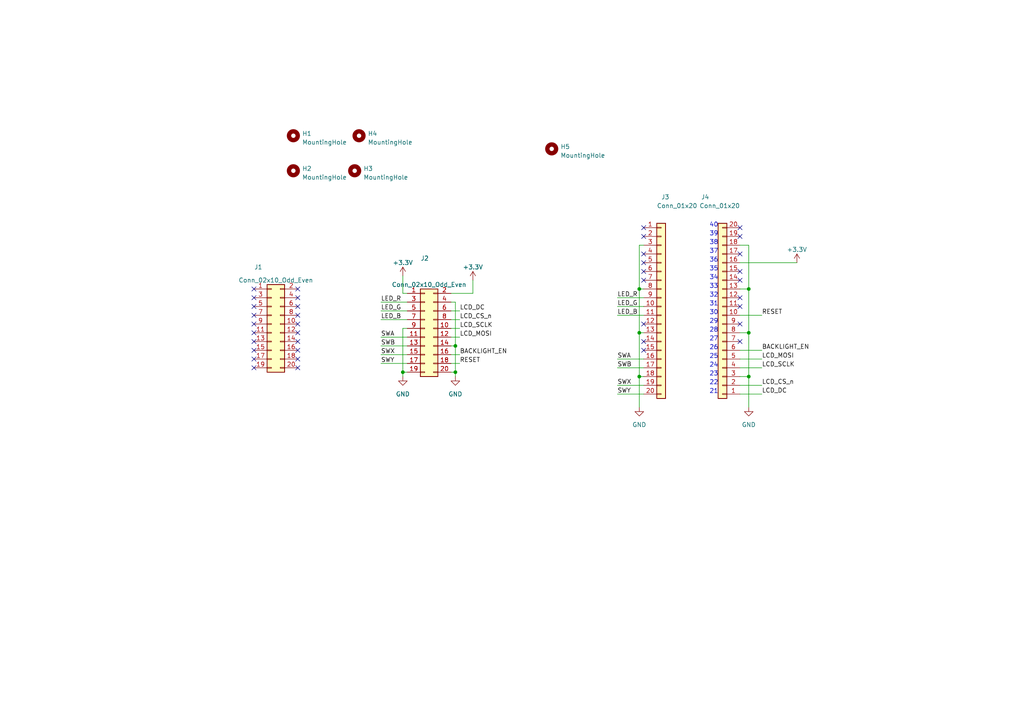
<source format=kicad_sch>
(kicad_sch (version 20230121) (generator eeschema)

  (uuid 6732e895-b89a-44c4-b238-10398aa029da)

  (paper "A4")

  (lib_symbols
    (symbol "Connector_Generic:Conn_01x20" (pin_names (offset 1.016) hide) (in_bom yes) (on_board yes)
      (property "Reference" "J" (at 0 25.4 0)
        (effects (font (size 1.27 1.27)))
      )
      (property "Value" "Conn_01x20" (at 0 -27.94 0)
        (effects (font (size 1.27 1.27)))
      )
      (property "Footprint" "" (at 0 0 0)
        (effects (font (size 1.27 1.27)) hide)
      )
      (property "Datasheet" "~" (at 0 0 0)
        (effects (font (size 1.27 1.27)) hide)
      )
      (property "ki_keywords" "connector" (at 0 0 0)
        (effects (font (size 1.27 1.27)) hide)
      )
      (property "ki_description" "Generic connector, single row, 01x20, script generated (kicad-library-utils/schlib/autogen/connector/)" (at 0 0 0)
        (effects (font (size 1.27 1.27)) hide)
      )
      (property "ki_fp_filters" "Connector*:*_1x??_*" (at 0 0 0)
        (effects (font (size 1.27 1.27)) hide)
      )
      (symbol "Conn_01x20_1_1"
        (rectangle (start -1.27 -25.273) (end 0 -25.527)
          (stroke (width 0.1524) (type default))
          (fill (type none))
        )
        (rectangle (start -1.27 -22.733) (end 0 -22.987)
          (stroke (width 0.1524) (type default))
          (fill (type none))
        )
        (rectangle (start -1.27 -20.193) (end 0 -20.447)
          (stroke (width 0.1524) (type default))
          (fill (type none))
        )
        (rectangle (start -1.27 -17.653) (end 0 -17.907)
          (stroke (width 0.1524) (type default))
          (fill (type none))
        )
        (rectangle (start -1.27 -15.113) (end 0 -15.367)
          (stroke (width 0.1524) (type default))
          (fill (type none))
        )
        (rectangle (start -1.27 -12.573) (end 0 -12.827)
          (stroke (width 0.1524) (type default))
          (fill (type none))
        )
        (rectangle (start -1.27 -10.033) (end 0 -10.287)
          (stroke (width 0.1524) (type default))
          (fill (type none))
        )
        (rectangle (start -1.27 -7.493) (end 0 -7.747)
          (stroke (width 0.1524) (type default))
          (fill (type none))
        )
        (rectangle (start -1.27 -4.953) (end 0 -5.207)
          (stroke (width 0.1524) (type default))
          (fill (type none))
        )
        (rectangle (start -1.27 -2.413) (end 0 -2.667)
          (stroke (width 0.1524) (type default))
          (fill (type none))
        )
        (rectangle (start -1.27 0.127) (end 0 -0.127)
          (stroke (width 0.1524) (type default))
          (fill (type none))
        )
        (rectangle (start -1.27 2.667) (end 0 2.413)
          (stroke (width 0.1524) (type default))
          (fill (type none))
        )
        (rectangle (start -1.27 5.207) (end 0 4.953)
          (stroke (width 0.1524) (type default))
          (fill (type none))
        )
        (rectangle (start -1.27 7.747) (end 0 7.493)
          (stroke (width 0.1524) (type default))
          (fill (type none))
        )
        (rectangle (start -1.27 10.287) (end 0 10.033)
          (stroke (width 0.1524) (type default))
          (fill (type none))
        )
        (rectangle (start -1.27 12.827) (end 0 12.573)
          (stroke (width 0.1524) (type default))
          (fill (type none))
        )
        (rectangle (start -1.27 15.367) (end 0 15.113)
          (stroke (width 0.1524) (type default))
          (fill (type none))
        )
        (rectangle (start -1.27 17.907) (end 0 17.653)
          (stroke (width 0.1524) (type default))
          (fill (type none))
        )
        (rectangle (start -1.27 20.447) (end 0 20.193)
          (stroke (width 0.1524) (type default))
          (fill (type none))
        )
        (rectangle (start -1.27 22.987) (end 0 22.733)
          (stroke (width 0.1524) (type default))
          (fill (type none))
        )
        (rectangle (start -1.27 24.13) (end 1.27 -26.67)
          (stroke (width 0.254) (type default))
          (fill (type background))
        )
        (pin passive line (at -5.08 22.86 0) (length 3.81)
          (name "Pin_1" (effects (font (size 1.27 1.27))))
          (number "1" (effects (font (size 1.27 1.27))))
        )
        (pin passive line (at -5.08 0 0) (length 3.81)
          (name "Pin_10" (effects (font (size 1.27 1.27))))
          (number "10" (effects (font (size 1.27 1.27))))
        )
        (pin passive line (at -5.08 -2.54 0) (length 3.81)
          (name "Pin_11" (effects (font (size 1.27 1.27))))
          (number "11" (effects (font (size 1.27 1.27))))
        )
        (pin passive line (at -5.08 -5.08 0) (length 3.81)
          (name "Pin_12" (effects (font (size 1.27 1.27))))
          (number "12" (effects (font (size 1.27 1.27))))
        )
        (pin passive line (at -5.08 -7.62 0) (length 3.81)
          (name "Pin_13" (effects (font (size 1.27 1.27))))
          (number "13" (effects (font (size 1.27 1.27))))
        )
        (pin passive line (at -5.08 -10.16 0) (length 3.81)
          (name "Pin_14" (effects (font (size 1.27 1.27))))
          (number "14" (effects (font (size 1.27 1.27))))
        )
        (pin passive line (at -5.08 -12.7 0) (length 3.81)
          (name "Pin_15" (effects (font (size 1.27 1.27))))
          (number "15" (effects (font (size 1.27 1.27))))
        )
        (pin passive line (at -5.08 -15.24 0) (length 3.81)
          (name "Pin_16" (effects (font (size 1.27 1.27))))
          (number "16" (effects (font (size 1.27 1.27))))
        )
        (pin passive line (at -5.08 -17.78 0) (length 3.81)
          (name "Pin_17" (effects (font (size 1.27 1.27))))
          (number "17" (effects (font (size 1.27 1.27))))
        )
        (pin passive line (at -5.08 -20.32 0) (length 3.81)
          (name "Pin_18" (effects (font (size 1.27 1.27))))
          (number "18" (effects (font (size 1.27 1.27))))
        )
        (pin passive line (at -5.08 -22.86 0) (length 3.81)
          (name "Pin_19" (effects (font (size 1.27 1.27))))
          (number "19" (effects (font (size 1.27 1.27))))
        )
        (pin passive line (at -5.08 20.32 0) (length 3.81)
          (name "Pin_2" (effects (font (size 1.27 1.27))))
          (number "2" (effects (font (size 1.27 1.27))))
        )
        (pin passive line (at -5.08 -25.4 0) (length 3.81)
          (name "Pin_20" (effects (font (size 1.27 1.27))))
          (number "20" (effects (font (size 1.27 1.27))))
        )
        (pin passive line (at -5.08 17.78 0) (length 3.81)
          (name "Pin_3" (effects (font (size 1.27 1.27))))
          (number "3" (effects (font (size 1.27 1.27))))
        )
        (pin passive line (at -5.08 15.24 0) (length 3.81)
          (name "Pin_4" (effects (font (size 1.27 1.27))))
          (number "4" (effects (font (size 1.27 1.27))))
        )
        (pin passive line (at -5.08 12.7 0) (length 3.81)
          (name "Pin_5" (effects (font (size 1.27 1.27))))
          (number "5" (effects (font (size 1.27 1.27))))
        )
        (pin passive line (at -5.08 10.16 0) (length 3.81)
          (name "Pin_6" (effects (font (size 1.27 1.27))))
          (number "6" (effects (font (size 1.27 1.27))))
        )
        (pin passive line (at -5.08 7.62 0) (length 3.81)
          (name "Pin_7" (effects (font (size 1.27 1.27))))
          (number "7" (effects (font (size 1.27 1.27))))
        )
        (pin passive line (at -5.08 5.08 0) (length 3.81)
          (name "Pin_8" (effects (font (size 1.27 1.27))))
          (number "8" (effects (font (size 1.27 1.27))))
        )
        (pin passive line (at -5.08 2.54 0) (length 3.81)
          (name "Pin_9" (effects (font (size 1.27 1.27))))
          (number "9" (effects (font (size 1.27 1.27))))
        )
      )
    )
    (symbol "Connector_Generic:Conn_02x10_Odd_Even" (pin_names (offset 1.016) hide) (in_bom yes) (on_board yes)
      (property "Reference" "J" (at 1.27 12.7 0)
        (effects (font (size 1.27 1.27)))
      )
      (property "Value" "Conn_02x10_Odd_Even" (at 1.27 -15.24 0)
        (effects (font (size 1.27 1.27)))
      )
      (property "Footprint" "" (at 0 0 0)
        (effects (font (size 1.27 1.27)) hide)
      )
      (property "Datasheet" "~" (at 0 0 0)
        (effects (font (size 1.27 1.27)) hide)
      )
      (property "ki_keywords" "connector" (at 0 0 0)
        (effects (font (size 1.27 1.27)) hide)
      )
      (property "ki_description" "Generic connector, double row, 02x10, odd/even pin numbering scheme (row 1 odd numbers, row 2 even numbers), script generated (kicad-library-utils/schlib/autogen/connector/)" (at 0 0 0)
        (effects (font (size 1.27 1.27)) hide)
      )
      (property "ki_fp_filters" "Connector*:*_2x??_*" (at 0 0 0)
        (effects (font (size 1.27 1.27)) hide)
      )
      (symbol "Conn_02x10_Odd_Even_1_1"
        (rectangle (start -1.27 -12.573) (end 0 -12.827)
          (stroke (width 0.1524) (type default))
          (fill (type none))
        )
        (rectangle (start -1.27 -10.033) (end 0 -10.287)
          (stroke (width 0.1524) (type default))
          (fill (type none))
        )
        (rectangle (start -1.27 -7.493) (end 0 -7.747)
          (stroke (width 0.1524) (type default))
          (fill (type none))
        )
        (rectangle (start -1.27 -4.953) (end 0 -5.207)
          (stroke (width 0.1524) (type default))
          (fill (type none))
        )
        (rectangle (start -1.27 -2.413) (end 0 -2.667)
          (stroke (width 0.1524) (type default))
          (fill (type none))
        )
        (rectangle (start -1.27 0.127) (end 0 -0.127)
          (stroke (width 0.1524) (type default))
          (fill (type none))
        )
        (rectangle (start -1.27 2.667) (end 0 2.413)
          (stroke (width 0.1524) (type default))
          (fill (type none))
        )
        (rectangle (start -1.27 5.207) (end 0 4.953)
          (stroke (width 0.1524) (type default))
          (fill (type none))
        )
        (rectangle (start -1.27 7.747) (end 0 7.493)
          (stroke (width 0.1524) (type default))
          (fill (type none))
        )
        (rectangle (start -1.27 10.287) (end 0 10.033)
          (stroke (width 0.1524) (type default))
          (fill (type none))
        )
        (rectangle (start -1.27 11.43) (end 3.81 -13.97)
          (stroke (width 0.254) (type default))
          (fill (type background))
        )
        (rectangle (start 3.81 -12.573) (end 2.54 -12.827)
          (stroke (width 0.1524) (type default))
          (fill (type none))
        )
        (rectangle (start 3.81 -10.033) (end 2.54 -10.287)
          (stroke (width 0.1524) (type default))
          (fill (type none))
        )
        (rectangle (start 3.81 -7.493) (end 2.54 -7.747)
          (stroke (width 0.1524) (type default))
          (fill (type none))
        )
        (rectangle (start 3.81 -4.953) (end 2.54 -5.207)
          (stroke (width 0.1524) (type default))
          (fill (type none))
        )
        (rectangle (start 3.81 -2.413) (end 2.54 -2.667)
          (stroke (width 0.1524) (type default))
          (fill (type none))
        )
        (rectangle (start 3.81 0.127) (end 2.54 -0.127)
          (stroke (width 0.1524) (type default))
          (fill (type none))
        )
        (rectangle (start 3.81 2.667) (end 2.54 2.413)
          (stroke (width 0.1524) (type default))
          (fill (type none))
        )
        (rectangle (start 3.81 5.207) (end 2.54 4.953)
          (stroke (width 0.1524) (type default))
          (fill (type none))
        )
        (rectangle (start 3.81 7.747) (end 2.54 7.493)
          (stroke (width 0.1524) (type default))
          (fill (type none))
        )
        (rectangle (start 3.81 10.287) (end 2.54 10.033)
          (stroke (width 0.1524) (type default))
          (fill (type none))
        )
        (pin passive line (at -5.08 10.16 0) (length 3.81)
          (name "Pin_1" (effects (font (size 1.27 1.27))))
          (number "1" (effects (font (size 1.27 1.27))))
        )
        (pin passive line (at 7.62 0 180) (length 3.81)
          (name "Pin_10" (effects (font (size 1.27 1.27))))
          (number "10" (effects (font (size 1.27 1.27))))
        )
        (pin passive line (at -5.08 -2.54 0) (length 3.81)
          (name "Pin_11" (effects (font (size 1.27 1.27))))
          (number "11" (effects (font (size 1.27 1.27))))
        )
        (pin passive line (at 7.62 -2.54 180) (length 3.81)
          (name "Pin_12" (effects (font (size 1.27 1.27))))
          (number "12" (effects (font (size 1.27 1.27))))
        )
        (pin passive line (at -5.08 -5.08 0) (length 3.81)
          (name "Pin_13" (effects (font (size 1.27 1.27))))
          (number "13" (effects (font (size 1.27 1.27))))
        )
        (pin passive line (at 7.62 -5.08 180) (length 3.81)
          (name "Pin_14" (effects (font (size 1.27 1.27))))
          (number "14" (effects (font (size 1.27 1.27))))
        )
        (pin passive line (at -5.08 -7.62 0) (length 3.81)
          (name "Pin_15" (effects (font (size 1.27 1.27))))
          (number "15" (effects (font (size 1.27 1.27))))
        )
        (pin passive line (at 7.62 -7.62 180) (length 3.81)
          (name "Pin_16" (effects (font (size 1.27 1.27))))
          (number "16" (effects (font (size 1.27 1.27))))
        )
        (pin passive line (at -5.08 -10.16 0) (length 3.81)
          (name "Pin_17" (effects (font (size 1.27 1.27))))
          (number "17" (effects (font (size 1.27 1.27))))
        )
        (pin passive line (at 7.62 -10.16 180) (length 3.81)
          (name "Pin_18" (effects (font (size 1.27 1.27))))
          (number "18" (effects (font (size 1.27 1.27))))
        )
        (pin passive line (at -5.08 -12.7 0) (length 3.81)
          (name "Pin_19" (effects (font (size 1.27 1.27))))
          (number "19" (effects (font (size 1.27 1.27))))
        )
        (pin passive line (at 7.62 10.16 180) (length 3.81)
          (name "Pin_2" (effects (font (size 1.27 1.27))))
          (number "2" (effects (font (size 1.27 1.27))))
        )
        (pin passive line (at 7.62 -12.7 180) (length 3.81)
          (name "Pin_20" (effects (font (size 1.27 1.27))))
          (number "20" (effects (font (size 1.27 1.27))))
        )
        (pin passive line (at -5.08 7.62 0) (length 3.81)
          (name "Pin_3" (effects (font (size 1.27 1.27))))
          (number "3" (effects (font (size 1.27 1.27))))
        )
        (pin passive line (at 7.62 7.62 180) (length 3.81)
          (name "Pin_4" (effects (font (size 1.27 1.27))))
          (number "4" (effects (font (size 1.27 1.27))))
        )
        (pin passive line (at -5.08 5.08 0) (length 3.81)
          (name "Pin_5" (effects (font (size 1.27 1.27))))
          (number "5" (effects (font (size 1.27 1.27))))
        )
        (pin passive line (at 7.62 5.08 180) (length 3.81)
          (name "Pin_6" (effects (font (size 1.27 1.27))))
          (number "6" (effects (font (size 1.27 1.27))))
        )
        (pin passive line (at -5.08 2.54 0) (length 3.81)
          (name "Pin_7" (effects (font (size 1.27 1.27))))
          (number "7" (effects (font (size 1.27 1.27))))
        )
        (pin passive line (at 7.62 2.54 180) (length 3.81)
          (name "Pin_8" (effects (font (size 1.27 1.27))))
          (number "8" (effects (font (size 1.27 1.27))))
        )
        (pin passive line (at -5.08 0 0) (length 3.81)
          (name "Pin_9" (effects (font (size 1.27 1.27))))
          (number "9" (effects (font (size 1.27 1.27))))
        )
      )
    )
    (symbol "Mechanical:MountingHole" (pin_names (offset 1.016)) (in_bom yes) (on_board yes)
      (property "Reference" "H" (at 0 5.08 0)
        (effects (font (size 1.27 1.27)))
      )
      (property "Value" "MountingHole" (at 0 3.175 0)
        (effects (font (size 1.27 1.27)))
      )
      (property "Footprint" "" (at 0 0 0)
        (effects (font (size 1.27 1.27)) hide)
      )
      (property "Datasheet" "~" (at 0 0 0)
        (effects (font (size 1.27 1.27)) hide)
      )
      (property "ki_keywords" "mounting hole" (at 0 0 0)
        (effects (font (size 1.27 1.27)) hide)
      )
      (property "ki_description" "Mounting Hole without connection" (at 0 0 0)
        (effects (font (size 1.27 1.27)) hide)
      )
      (property "ki_fp_filters" "MountingHole*" (at 0 0 0)
        (effects (font (size 1.27 1.27)) hide)
      )
      (symbol "MountingHole_0_1"
        (circle (center 0 0) (radius 1.27)
          (stroke (width 1.27) (type default))
          (fill (type none))
        )
      )
    )
    (symbol "power:+3.3V" (power) (pin_names (offset 0)) (in_bom yes) (on_board yes)
      (property "Reference" "#PWR" (at 0 -3.81 0)
        (effects (font (size 1.27 1.27)) hide)
      )
      (property "Value" "+3.3V" (at 0 3.556 0)
        (effects (font (size 1.27 1.27)))
      )
      (property "Footprint" "" (at 0 0 0)
        (effects (font (size 1.27 1.27)) hide)
      )
      (property "Datasheet" "" (at 0 0 0)
        (effects (font (size 1.27 1.27)) hide)
      )
      (property "ki_keywords" "global power" (at 0 0 0)
        (effects (font (size 1.27 1.27)) hide)
      )
      (property "ki_description" "Power symbol creates a global label with name \"+3.3V\"" (at 0 0 0)
        (effects (font (size 1.27 1.27)) hide)
      )
      (symbol "+3.3V_0_1"
        (polyline
          (pts
            (xy -0.762 1.27)
            (xy 0 2.54)
          )
          (stroke (width 0) (type default))
          (fill (type none))
        )
        (polyline
          (pts
            (xy 0 0)
            (xy 0 2.54)
          )
          (stroke (width 0) (type default))
          (fill (type none))
        )
        (polyline
          (pts
            (xy 0 2.54)
            (xy 0.762 1.27)
          )
          (stroke (width 0) (type default))
          (fill (type none))
        )
      )
      (symbol "+3.3V_1_1"
        (pin power_in line (at 0 0 90) (length 0) hide
          (name "+3.3V" (effects (font (size 1.27 1.27))))
          (number "1" (effects (font (size 1.27 1.27))))
        )
      )
    )
    (symbol "power:GND" (power) (pin_names (offset 0)) (in_bom yes) (on_board yes)
      (property "Reference" "#PWR" (at 0 -6.35 0)
        (effects (font (size 1.27 1.27)) hide)
      )
      (property "Value" "GND" (at 0 -3.81 0)
        (effects (font (size 1.27 1.27)))
      )
      (property "Footprint" "" (at 0 0 0)
        (effects (font (size 1.27 1.27)) hide)
      )
      (property "Datasheet" "" (at 0 0 0)
        (effects (font (size 1.27 1.27)) hide)
      )
      (property "ki_keywords" "global power" (at 0 0 0)
        (effects (font (size 1.27 1.27)) hide)
      )
      (property "ki_description" "Power symbol creates a global label with name \"GND\" , ground" (at 0 0 0)
        (effects (font (size 1.27 1.27)) hide)
      )
      (symbol "GND_0_1"
        (polyline
          (pts
            (xy 0 0)
            (xy 0 -1.27)
            (xy 1.27 -1.27)
            (xy 0 -2.54)
            (xy -1.27 -1.27)
            (xy 0 -1.27)
          )
          (stroke (width 0) (type default))
          (fill (type none))
        )
      )
      (symbol "GND_1_1"
        (pin power_in line (at 0 0 270) (length 0) hide
          (name "GND" (effects (font (size 1.27 1.27))))
          (number "1" (effects (font (size 1.27 1.27))))
        )
      )
    )
  )

  (junction (at 185.42 109.22) (diameter 0) (color 0 0 0 0)
    (uuid 05742721-eef6-4654-96b3-9f1e075737a0)
  )
  (junction (at 132.08 107.95) (diameter 0) (color 0 0 0 0)
    (uuid 1f79204c-6a07-4fe9-8b00-7ad308818926)
  )
  (junction (at 185.42 83.82) (diameter 0) (color 0 0 0 0)
    (uuid 3d0c927c-11a5-471b-abfa-811d6754b9aa)
  )
  (junction (at 217.17 96.52) (diameter 0) (color 0 0 0 0)
    (uuid 9593f89f-baf5-491e-80ce-73aac1ae59b0)
  )
  (junction (at 116.84 107.95) (diameter 0) (color 0 0 0 0)
    (uuid b456dd2b-4211-446c-b7cd-2dfea26e3ee5)
  )
  (junction (at 217.17 109.22) (diameter 0) (color 0 0 0 0)
    (uuid e05a207b-a767-4a48-b2e4-d2ebaab73a1f)
  )
  (junction (at 185.42 96.52) (diameter 0) (color 0 0 0 0)
    (uuid ed4bc61a-beda-4d24-9955-cfe0c99a10a5)
  )
  (junction (at 132.08 100.33) (diameter 0) (color 0 0 0 0)
    (uuid fe2a1634-a8dd-42ea-b7ed-e21f3fdf867e)
  )
  (junction (at 217.17 83.82) (diameter 0) (color 0 0 0 0)
    (uuid fe98756f-5b82-4657-9581-2a826bdc20be)
  )

  (no_connect (at 186.69 101.6) (uuid 029b8cc9-142f-48cd-a63f-055a29c31103))
  (no_connect (at 214.63 73.66) (uuid 0adae54c-b1ef-4e23-bcf9-f3367d7ac535))
  (no_connect (at 73.66 96.52) (uuid 0cc54695-aa4b-40b8-88c4-5a27b3c7b09c))
  (no_connect (at 73.66 99.06) (uuid 11ceb92d-547f-4fc7-8264-93285ac462ca))
  (no_connect (at 86.36 83.82) (uuid 17266988-efbf-43f7-b15a-3581378b466c))
  (no_connect (at 86.36 101.6) (uuid 1e5344fe-c7be-43ae-a2e5-59cd20bb2598))
  (no_connect (at 73.66 88.9) (uuid 236f14e1-23ac-47c3-bba8-9c1d2314a4ab))
  (no_connect (at 186.69 99.06) (uuid 2697cf21-a0ef-42eb-9eb8-3299236ff5cb))
  (no_connect (at 186.69 81.28) (uuid 30c818da-fe00-4a08-b381-0d760313ca1e))
  (no_connect (at 186.69 68.58) (uuid 327639ab-bdc0-4982-aff6-27e64a4c2711))
  (no_connect (at 186.69 66.04) (uuid 366d8954-0faa-4c40-9a42-53523a8fb02e))
  (no_connect (at 86.36 93.98) (uuid 38152b66-51be-41fd-ab1c-f98095fdebfa))
  (no_connect (at 186.69 76.2) (uuid 3a764514-c9b6-42b0-b315-2d93cb061e29))
  (no_connect (at 214.63 78.74) (uuid 3d71f9ed-18e1-4605-8c71-854a3a3623b9))
  (no_connect (at 214.63 88.9) (uuid 3dfa8f59-0693-4e13-85ef-8f6f92af8c52))
  (no_connect (at 86.36 96.52) (uuid 3e76518c-fab2-44a3-9131-93377a8d4745))
  (no_connect (at 214.63 68.58) (uuid 48346cee-e720-4ddf-84c9-5f9af766e632))
  (no_connect (at 86.36 99.06) (uuid 4f31dd80-6fca-425c-8676-bb940191ed27))
  (no_connect (at 73.66 86.36) (uuid 575660aa-55aa-4062-b8fd-caca7e7d36a0))
  (no_connect (at 214.63 66.04) (uuid 586f3733-973f-4759-8d9d-cba2b26545da))
  (no_connect (at 86.36 86.36) (uuid 5b962f23-2f30-4209-8adc-460eef48ccd0))
  (no_connect (at 186.69 78.74) (uuid 61cdddf6-32ba-4c1a-975a-063752ca303e))
  (no_connect (at 86.36 104.14) (uuid 6fd6d3b3-a458-479f-af9c-9f220855e737))
  (no_connect (at 86.36 106.68) (uuid 95799147-5d3b-43da-bcef-e2abf8c84981))
  (no_connect (at 86.36 88.9) (uuid 9a9ee499-1631-429e-8c6c-c9a459a047e4))
  (no_connect (at 73.66 91.44) (uuid a0545a59-0a32-4fe9-8005-89f401c2374a))
  (no_connect (at 186.69 73.66) (uuid a8d126a3-eb87-406e-b478-8c75972c8b79))
  (no_connect (at 214.63 99.06) (uuid ab28f1cf-a40d-40b0-963f-2ef54eb46e5f))
  (no_connect (at 73.66 104.14) (uuid ad07b19c-87bc-425e-8130-d446aeb430dd))
  (no_connect (at 73.66 93.98) (uuid b3995cc4-2798-44f9-bac1-ec96247df095))
  (no_connect (at 73.66 106.68) (uuid b6a533d0-614e-44a8-ac0c-d69a0b020ccc))
  (no_connect (at 86.36 91.44) (uuid b6c90c46-a4ba-48af-a8c1-805e2b935f31))
  (no_connect (at 214.63 86.36) (uuid c72f308b-b2b5-4950-a08e-759d58e04312))
  (no_connect (at 214.63 93.98) (uuid cb275edc-3e24-4594-a680-a03351ccd250))
  (no_connect (at 73.66 101.6) (uuid d0f5c036-a070-45fc-a284-018417844863))
  (no_connect (at 73.66 83.82) (uuid d4f53308-6269-4c7a-94b6-092d1fe317ab))
  (no_connect (at 214.63 81.28) (uuid dab45fc0-024c-4c64-9d4b-668c9ec3e564))
  (no_connect (at 186.69 93.98) (uuid ddc36fee-58e8-41f3-bfcc-c6248c4fccd0))

  (wire (pts (xy 110.49 102.87) (xy 118.11 102.87))
    (stroke (width 0) (type default))
    (uuid 0b467384-4638-486f-857a-b36589f52153)
  )
  (wire (pts (xy 130.81 100.33) (xy 132.08 100.33))
    (stroke (width 0) (type default))
    (uuid 12a57322-76a5-4304-99be-19789c066ca6)
  )
  (wire (pts (xy 137.16 85.09) (xy 130.81 85.09))
    (stroke (width 0) (type default))
    (uuid 14e22630-cf79-4cb7-af44-a0cdb15c4e18)
  )
  (wire (pts (xy 214.63 91.44) (xy 220.98 91.44))
    (stroke (width 0) (type default))
    (uuid 1954da9e-9207-404c-9d5a-547995dd42a0)
  )
  (wire (pts (xy 118.11 95.25) (xy 116.84 95.25))
    (stroke (width 0) (type default))
    (uuid 22bfbae0-5f7a-4691-b37d-2b4294b5f20e)
  )
  (wire (pts (xy 214.63 111.76) (xy 220.98 111.76))
    (stroke (width 0) (type default))
    (uuid 232bfb9c-40f3-4dad-bbc9-fe6061e2f2c5)
  )
  (wire (pts (xy 110.49 92.71) (xy 118.11 92.71))
    (stroke (width 0) (type default))
    (uuid 281893b7-0ca0-4897-bc8a-46c1d4b81c5a)
  )
  (wire (pts (xy 214.63 76.2) (xy 231.14 76.2))
    (stroke (width 0) (type default))
    (uuid 2bfeb030-79e5-4eac-8008-2b0c3dedff2a)
  )
  (wire (pts (xy 214.63 104.14) (xy 220.98 104.14))
    (stroke (width 0) (type default))
    (uuid 2f887d11-a0a6-4a2f-9246-d0d33d1f2e45)
  )
  (wire (pts (xy 116.84 85.09) (xy 116.84 80.01))
    (stroke (width 0) (type default))
    (uuid 2fb3e541-3dea-445e-af59-5ad998fa2550)
  )
  (wire (pts (xy 179.07 104.14) (xy 186.69 104.14))
    (stroke (width 0) (type default))
    (uuid 31c18685-1ce3-423c-9804-5f0db22f786a)
  )
  (wire (pts (xy 214.63 114.3) (xy 220.98 114.3))
    (stroke (width 0) (type default))
    (uuid 36e189ca-6e19-4f8c-b3a5-0a58b0a363de)
  )
  (wire (pts (xy 217.17 109.22) (xy 217.17 118.11))
    (stroke (width 0) (type default))
    (uuid 3a8875dc-687b-4e80-879e-c68dd5d2dd49)
  )
  (wire (pts (xy 214.63 106.68) (xy 220.98 106.68))
    (stroke (width 0) (type default))
    (uuid 3f8a385d-9618-4472-a5fe-41cb4e131ff2)
  )
  (wire (pts (xy 179.07 88.9) (xy 186.69 88.9))
    (stroke (width 0) (type default))
    (uuid 429784f3-b39c-4d95-a463-b9ab2997676e)
  )
  (wire (pts (xy 214.63 101.6) (xy 220.98 101.6))
    (stroke (width 0) (type default))
    (uuid 430f716e-679c-4198-a2a1-e03cc07b7559)
  )
  (wire (pts (xy 185.42 109.22) (xy 185.42 118.11))
    (stroke (width 0) (type default))
    (uuid 471a5561-6773-48f0-90ff-aa20e7f4b881)
  )
  (wire (pts (xy 118.11 85.09) (xy 116.84 85.09))
    (stroke (width 0) (type default))
    (uuid 47dbd68f-433f-4076-b392-72e9b4e0adbc)
  )
  (wire (pts (xy 130.81 107.95) (xy 132.08 107.95))
    (stroke (width 0) (type default))
    (uuid 49d7bd59-1d35-4718-8657-a1909963cee9)
  )
  (wire (pts (xy 214.63 109.22) (xy 217.17 109.22))
    (stroke (width 0) (type default))
    (uuid 4aba4923-0d4c-4179-af7a-ddf48594db05)
  )
  (wire (pts (xy 217.17 71.12) (xy 217.17 83.82))
    (stroke (width 0) (type default))
    (uuid 515b3bbe-176e-4d7b-b4d3-d369f95c3cd5)
  )
  (wire (pts (xy 110.49 100.33) (xy 118.11 100.33))
    (stroke (width 0) (type default))
    (uuid 5c121831-9282-4030-aaa1-db4dd925a611)
  )
  (wire (pts (xy 130.81 105.41) (xy 133.35 105.41))
    (stroke (width 0) (type default))
    (uuid 63c9bf9a-1bfc-4210-a0cb-c02bb16b034c)
  )
  (wire (pts (xy 130.81 102.87) (xy 133.35 102.87))
    (stroke (width 0) (type default))
    (uuid 6e088477-201a-4db7-840a-440a371708b7)
  )
  (wire (pts (xy 217.17 96.52) (xy 217.17 109.22))
    (stroke (width 0) (type default))
    (uuid 7c5fff31-e8bc-4828-8d03-b918c2ca1de9)
  )
  (wire (pts (xy 179.07 114.3) (xy 186.69 114.3))
    (stroke (width 0) (type default))
    (uuid 7dca90fb-4e22-4ce3-8d39-d1d7b85494cf)
  )
  (wire (pts (xy 137.16 81.28) (xy 137.16 85.09))
    (stroke (width 0) (type default))
    (uuid 84bf1457-23a2-4aaa-bcac-5dba8cc207ec)
  )
  (wire (pts (xy 132.08 87.63) (xy 132.08 100.33))
    (stroke (width 0) (type default))
    (uuid 92cfd33a-b96b-4bb8-99e0-1b1cedf29302)
  )
  (wire (pts (xy 116.84 107.95) (xy 118.11 107.95))
    (stroke (width 0) (type default))
    (uuid 9349f68a-bd3b-42a8-942f-6fbb1bb4c7a6)
  )
  (wire (pts (xy 130.81 90.17) (xy 133.35 90.17))
    (stroke (width 0) (type default))
    (uuid 951a8005-053a-4f1f-9bae-ae14156d4a60)
  )
  (wire (pts (xy 186.69 71.12) (xy 185.42 71.12))
    (stroke (width 0) (type default))
    (uuid 9767f22d-1719-4228-964d-f2b80a3f4e6a)
  )
  (wire (pts (xy 179.07 106.68) (xy 186.69 106.68))
    (stroke (width 0) (type default))
    (uuid 980401ae-b6a9-4458-bdc8-190a0c3580a6)
  )
  (wire (pts (xy 186.69 96.52) (xy 185.42 96.52))
    (stroke (width 0) (type default))
    (uuid 9c271004-33df-4173-a037-9d44915010c2)
  )
  (wire (pts (xy 110.49 90.17) (xy 118.11 90.17))
    (stroke (width 0) (type default))
    (uuid a15fa734-3d9b-4c0f-8631-cf6c5ca66571)
  )
  (wire (pts (xy 132.08 107.95) (xy 132.08 109.22))
    (stroke (width 0) (type default))
    (uuid a5784604-5ca7-47a9-8d50-5edb7bfdecf9)
  )
  (wire (pts (xy 130.81 87.63) (xy 132.08 87.63))
    (stroke (width 0) (type default))
    (uuid a6584859-9730-401a-afeb-a25139066925)
  )
  (wire (pts (xy 185.42 83.82) (xy 185.42 96.52))
    (stroke (width 0) (type default))
    (uuid a8306da2-483d-4db2-8a4b-e7d22236d086)
  )
  (wire (pts (xy 214.63 96.52) (xy 217.17 96.52))
    (stroke (width 0) (type default))
    (uuid a99846fc-2aee-4a60-9cb6-e88cbe637351)
  )
  (wire (pts (xy 179.07 86.36) (xy 186.69 86.36))
    (stroke (width 0) (type default))
    (uuid b6963a5b-c746-44d1-9a2c-3dba8e745803)
  )
  (wire (pts (xy 185.42 96.52) (xy 185.42 109.22))
    (stroke (width 0) (type default))
    (uuid b6a22fc9-6430-4594-9fd3-82c0a9a99ef9)
  )
  (wire (pts (xy 130.81 97.79) (xy 133.35 97.79))
    (stroke (width 0) (type default))
    (uuid c237692b-43c2-47c8-95c1-4707384acc81)
  )
  (wire (pts (xy 132.08 100.33) (xy 132.08 107.95))
    (stroke (width 0) (type default))
    (uuid c28a37dd-2e48-4445-86b3-65d297439b41)
  )
  (wire (pts (xy 179.07 91.44) (xy 186.69 91.44))
    (stroke (width 0) (type default))
    (uuid c5d5077d-1df6-4bee-be5c-4907bf97dddb)
  )
  (wire (pts (xy 186.69 109.22) (xy 185.42 109.22))
    (stroke (width 0) (type default))
    (uuid c60cfde0-5ffd-4554-9fe4-2a37cf4b5d5e)
  )
  (wire (pts (xy 110.49 105.41) (xy 118.11 105.41))
    (stroke (width 0) (type default))
    (uuid cd621c3d-6118-4949-9708-6810640784ac)
  )
  (wire (pts (xy 110.49 87.63) (xy 118.11 87.63))
    (stroke (width 0) (type default))
    (uuid d53dfad2-f0aa-4c2a-9f86-29921af5a85b)
  )
  (wire (pts (xy 116.84 107.95) (xy 116.84 109.22))
    (stroke (width 0) (type default))
    (uuid d8d73616-e9a1-4fff-a09b-c5a75880761b)
  )
  (wire (pts (xy 179.07 111.76) (xy 186.69 111.76))
    (stroke (width 0) (type default))
    (uuid daac118e-7449-49f9-9d14-1255b082b860)
  )
  (wire (pts (xy 217.17 83.82) (xy 217.17 96.52))
    (stroke (width 0) (type default))
    (uuid e2bc2d01-73a5-42d4-a857-0bd01d7ff543)
  )
  (wire (pts (xy 186.69 83.82) (xy 185.42 83.82))
    (stroke (width 0) (type default))
    (uuid e377735d-4cc4-4849-ad9a-ec98d93c639c)
  )
  (wire (pts (xy 214.63 83.82) (xy 217.17 83.82))
    (stroke (width 0) (type default))
    (uuid eb706504-0b0e-43dc-bc37-903b1edf74da)
  )
  (wire (pts (xy 185.42 71.12) (xy 185.42 83.82))
    (stroke (width 0) (type default))
    (uuid f12c380f-5fe7-4aac-940c-e10fe261c36a)
  )
  (wire (pts (xy 130.81 92.71) (xy 133.35 92.71))
    (stroke (width 0) (type default))
    (uuid f6d1743b-7ccc-4645-b171-1c7b7fa6c5df)
  )
  (wire (pts (xy 110.49 97.79) (xy 118.11 97.79))
    (stroke (width 0) (type default))
    (uuid f7efafb5-7be4-4ee2-b630-5c628efa159c)
  )
  (wire (pts (xy 130.81 95.25) (xy 133.35 95.25))
    (stroke (width 0) (type default))
    (uuid f87ddc1a-fe40-49d3-a2c6-8e862ac402b5)
  )
  (wire (pts (xy 214.63 71.12) (xy 217.17 71.12))
    (stroke (width 0) (type default))
    (uuid fefcb254-31f1-428e-af3f-843458f61c0c)
  )
  (wire (pts (xy 116.84 95.25) (xy 116.84 107.95))
    (stroke (width 0) (type default))
    (uuid ffc3390f-bf01-494c-a177-58d97aea93bc)
  )

  (text "31" (at 205.74 88.9 0)
    (effects (font (size 1.27 1.27)) (justify left bottom))
    (uuid 03604fad-5e8f-4bf8-8105-502c41e86c93)
  )
  (text "26" (at 205.74 101.6 0)
    (effects (font (size 1.27 1.27)) (justify left bottom))
    (uuid 04c6af66-6514-4317-8a81-4f13844a2dcd)
  )
  (text "39" (at 205.74 68.58 0)
    (effects (font (size 1.27 1.27)) (justify left bottom))
    (uuid 190a409e-f055-4ba4-bf69-0913e05cebfa)
  )
  (text "27" (at 205.74 99.06 0)
    (effects (font (size 1.27 1.27)) (justify left bottom))
    (uuid 1ac4e287-0813-4f85-959b-0fbdcae18133)
  )
  (text "23" (at 205.74 109.22 0)
    (effects (font (size 1.27 1.27)) (justify left bottom))
    (uuid 2aa14fc3-16a2-4815-8edc-bbd8cb76d06d)
  )
  (text "28" (at 205.74 96.52 0)
    (effects (font (size 1.27 1.27)) (justify left bottom))
    (uuid 317a0586-b9f7-4d3a-a464-37fa0192c1d6)
  )
  (text "37" (at 205.74 73.66 0)
    (effects (font (size 1.27 1.27)) (justify left bottom))
    (uuid 35384fd5-0ae1-4b59-b462-d5a512132300)
  )
  (text "21" (at 205.74 114.3 0)
    (effects (font (size 1.27 1.27)) (justify left bottom))
    (uuid 38481e18-eda7-4e98-97ce-97a711c9b3e8)
  )
  (text "22" (at 205.74 111.76 0)
    (effects (font (size 1.27 1.27)) (justify left bottom))
    (uuid 4378f3c1-6ac0-4ab7-8e9d-99b2fd2604a0)
  )
  (text "35" (at 205.74 78.74 0)
    (effects (font (size 1.27 1.27)) (justify left bottom))
    (uuid 4d1206e1-8bf4-46ff-bfdf-82f7f2cf0b1c)
  )
  (text "33" (at 205.74 83.82 0)
    (effects (font (size 1.27 1.27)) (justify left bottom))
    (uuid 7e37f6c4-9602-44c3-be53-77b7ae047d77)
  )
  (text "29" (at 205.74 93.98 0)
    (effects (font (size 1.27 1.27)) (justify left bottom))
    (uuid 854e1410-36e3-4b25-b166-c0eaa4fd4957)
  )
  (text "36" (at 205.74 76.2 0)
    (effects (font (size 1.27 1.27)) (justify left bottom))
    (uuid 92957d1e-7310-43b7-92de-ba79677b1065)
  )
  (text "32" (at 205.74 86.36 0)
    (effects (font (size 1.27 1.27)) (justify left bottom))
    (uuid 938e8f0f-da12-4095-a0db-52a98972709d)
  )
  (text "38" (at 205.74 71.12 0)
    (effects (font (size 1.27 1.27)) (justify left bottom))
    (uuid b3fbfb67-548a-4060-819c-f8ccdf6e9127)
  )
  (text "24" (at 205.74 106.68 0)
    (effects (font (size 1.27 1.27)) (justify left bottom))
    (uuid d0189cb9-f276-416d-9fc1-85419bfadf2a)
  )
  (text "34" (at 205.74 81.28 0)
    (effects (font (size 1.27 1.27)) (justify left bottom))
    (uuid d638b53b-1d3d-438b-acc4-fec706c06c0f)
  )
  (text "40\n" (at 205.74 66.04 0)
    (effects (font (size 1.27 1.27)) (justify left bottom))
    (uuid e4991cf5-539e-41c3-a07d-54f2508bc3c7)
  )
  (text "25" (at 205.74 104.14 0)
    (effects (font (size 1.27 1.27)) (justify left bottom))
    (uuid ef567bb2-258a-49c8-bf42-5179d7b1b88a)
  )
  (text "30" (at 205.74 91.44 0)
    (effects (font (size 1.27 1.27)) (justify left bottom))
    (uuid ffc1e17a-f10d-4cfc-b352-7d0a688a5d71)
  )

  (label "SWA" (at 110.49 97.79 0) (fields_autoplaced)
    (effects (font (size 1.27 1.27)) (justify left bottom))
    (uuid 0cae121b-1d32-45e4-a6d4-61aac88ac97a)
  )
  (label "LCD_CS_n" (at 220.98 111.76 0) (fields_autoplaced)
    (effects (font (size 1.27 1.27)) (justify left bottom))
    (uuid 10a1f124-c76e-4cdd-b67e-8d5b0906e964)
  )
  (label "SWA" (at 179.07 104.14 0) (fields_autoplaced)
    (effects (font (size 1.27 1.27)) (justify left bottom))
    (uuid 216b4d22-a7c6-4e00-823f-cb1e1d49b6da)
  )
  (label "LED_G" (at 179.07 88.9 0) (fields_autoplaced)
    (effects (font (size 1.27 1.27)) (justify left bottom))
    (uuid 24c33d6c-b717-4915-907b-360ce4cc85f8)
  )
  (label "SWB" (at 179.07 106.68 0) (fields_autoplaced)
    (effects (font (size 1.27 1.27)) (justify left bottom))
    (uuid 2dee1d77-5473-4828-8db2-9f9e8e107200)
  )
  (label "RESET" (at 133.35 105.41 0) (fields_autoplaced)
    (effects (font (size 1.27 1.27)) (justify left bottom))
    (uuid 4427849c-3f82-4faa-a08b-b3c2ce3cf480)
  )
  (label "LCD_SCLK" (at 133.35 95.25 0) (fields_autoplaced)
    (effects (font (size 1.27 1.27)) (justify left bottom))
    (uuid 4541b89d-6f68-499a-ad58-9d89bdfda8f5)
  )
  (label "SWX" (at 110.49 102.87 0) (fields_autoplaced)
    (effects (font (size 1.27 1.27)) (justify left bottom))
    (uuid 545c7228-0702-42ee-9614-a143373b3b62)
  )
  (label "SWX" (at 179.07 111.76 0) (fields_autoplaced)
    (effects (font (size 1.27 1.27)) (justify left bottom))
    (uuid 54fc323b-f4af-4636-b457-99979d7b099a)
  )
  (label "LCD_MOSI" (at 220.98 104.14 0) (fields_autoplaced)
    (effects (font (size 1.27 1.27)) (justify left bottom))
    (uuid 61a78615-5e28-43bf-91ba-f7207855396d)
  )
  (label "LCD_SCLK" (at 220.98 106.68 0) (fields_autoplaced)
    (effects (font (size 1.27 1.27)) (justify left bottom))
    (uuid 64edb4be-b8c4-42c9-945a-2a43236ed1de)
  )
  (label "LED_G" (at 110.49 90.17 0) (fields_autoplaced)
    (effects (font (size 1.27 1.27)) (justify left bottom))
    (uuid 6559d028-37ef-410b-8ded-eb6534f19d5d)
  )
  (label "RESET" (at 220.98 91.44 0) (fields_autoplaced)
    (effects (font (size 1.27 1.27)) (justify left bottom))
    (uuid 8b146956-fd92-474c-ab00-4c02ab3ededf)
  )
  (label "BACKLIGHT_EN" (at 133.35 102.87 0) (fields_autoplaced)
    (effects (font (size 1.27 1.27)) (justify left bottom))
    (uuid 94f15e86-4543-4e4d-9879-c8b50616abd4)
  )
  (label "LED_B" (at 179.07 91.44 0) (fields_autoplaced)
    (effects (font (size 1.27 1.27)) (justify left bottom))
    (uuid 9c1f567c-8291-4ece-9900-f5fceeda1b5e)
  )
  (label "LCD_DC" (at 133.35 90.17 0) (fields_autoplaced)
    (effects (font (size 1.27 1.27)) (justify left bottom))
    (uuid a7324807-5a70-441f-91de-71f631f45b2a)
  )
  (label "LCD_MOSI" (at 133.35 97.79 0) (fields_autoplaced)
    (effects (font (size 1.27 1.27)) (justify left bottom))
    (uuid ae30aed5-9a77-45aa-8f57-0dc35ed0d583)
  )
  (label "SWY" (at 110.49 105.41 0) (fields_autoplaced)
    (effects (font (size 1.27 1.27)) (justify left bottom))
    (uuid b052e556-8df1-484b-b32b-18cd9b0dba12)
  )
  (label "LED_B" (at 110.49 92.71 0) (fields_autoplaced)
    (effects (font (size 1.27 1.27)) (justify left bottom))
    (uuid be803e47-0419-4edf-b84b-2d42396ba633)
  )
  (label "LCD_CS_n" (at 133.35 92.71 0) (fields_autoplaced)
    (effects (font (size 1.27 1.27)) (justify left bottom))
    (uuid beb57380-288f-44ff-8ac4-992004405585)
  )
  (label "SWB" (at 110.49 100.33 0) (fields_autoplaced)
    (effects (font (size 1.27 1.27)) (justify left bottom))
    (uuid cf03fa2e-0e9c-4d2f-9982-81f43976c5c2)
  )
  (label "LED_R" (at 179.07 86.36 0) (fields_autoplaced)
    (effects (font (size 1.27 1.27)) (justify left bottom))
    (uuid d70a1ec2-47c1-4d5e-80ee-7401679e7b63)
  )
  (label "LED_R" (at 110.49 87.63 0) (fields_autoplaced)
    (effects (font (size 1.27 1.27)) (justify left bottom))
    (uuid da691e66-8fee-4926-b250-f8610bb5b627)
  )
  (label "SWY" (at 179.07 114.3 0) (fields_autoplaced)
    (effects (font (size 1.27 1.27)) (justify left bottom))
    (uuid ee94574a-f28a-4701-bb4d-6402a710b780)
  )
  (label "LCD_DC" (at 220.98 114.3 0) (fields_autoplaced)
    (effects (font (size 1.27 1.27)) (justify left bottom))
    (uuid f745251f-ff98-4839-aab4-15e3703acc2e)
  )
  (label "BACKLIGHT_EN" (at 220.98 101.6 0) (fields_autoplaced)
    (effects (font (size 1.27 1.27)) (justify left bottom))
    (uuid fb85bc67-616a-4741-b976-cf5f0722e1e9)
  )

  (symbol (lib_id "Connector_Generic:Conn_02x10_Odd_Even") (at 123.19 95.25 0) (unit 1)
    (in_bom yes) (on_board yes) (dnp no)
    (uuid 09519320-1529-4c2d-ad62-1f538eb68fb4)
    (property "Reference" "J2" (at 123.19 74.93 0)
      (effects (font (size 1.27 1.27)))
    )
    (property "Value" "Conn_02x10_Odd_Even" (at 124.46 82.55 0)
      (effects (font (size 1.27 1.27)))
    )
    (property "Footprint" "DF12NC_3.0_-20DP-0.5V_51_:HRS_DF12NC_3.0_-20DP-0.5V_51_" (at 123.19 95.25 0)
      (effects (font (size 1.27 1.27)) hide)
    )
    (property "Datasheet" "~" (at 123.19 95.25 0)
      (effects (font (size 1.27 1.27)) hide)
    )
    (pin "1" (uuid 5faa0fc2-5036-4d70-968f-e0f771dc65b5))
    (pin "10" (uuid e6f48f9c-ec14-4c7b-a711-f61729086dc2))
    (pin "11" (uuid 38ef2f84-74b2-41c7-be08-135a817ec07c))
    (pin "12" (uuid 46b3c223-7a3e-41cc-87b9-a6c8b8bbb0db))
    (pin "13" (uuid 17f90217-f4bf-4416-9183-65c406b523e0))
    (pin "14" (uuid 556dbaee-15d0-46b1-8c65-fe939db71867))
    (pin "15" (uuid ff0120f5-3398-4c90-b3dd-5e63480e8f68))
    (pin "16" (uuid 73d33697-47a4-44c0-949f-60acff76f102))
    (pin "17" (uuid ce2c7de3-a902-4ea4-b0bd-0214972a9a02))
    (pin "18" (uuid 54dbe7c9-405c-45f8-8147-b6b38e94c48d))
    (pin "19" (uuid 9fd6d16a-54ec-452a-b70f-75743a61d67d))
    (pin "2" (uuid 7bfe94ed-4110-46db-bd45-74e4db3aba01))
    (pin "20" (uuid d31313b3-53eb-47c4-8bd2-f1d3eb06defd))
    (pin "3" (uuid f9a8af77-852f-4024-b48c-407f50c2849a))
    (pin "4" (uuid 76b8939c-ef66-4661-84f0-f1b60d329e18))
    (pin "5" (uuid ee1bf203-223a-497d-823d-b1585468bf4f))
    (pin "6" (uuid 4bf2689f-5427-4f95-9f5e-7b31ceaaf1ce))
    (pin "7" (uuid 25d30e43-4119-4dce-bdae-c59099bf74b4))
    (pin "8" (uuid 56feb834-567a-4469-8fe5-1844b30104b3))
    (pin "9" (uuid 59d6b30e-094e-4443-93bc-e107729f3e4b))
    (instances
      (project "Coaster-Graphics"
        (path "/6732e895-b89a-44c4-b238-10398aa029da"
          (reference "J2") (unit 1)
        )
      )
      (project "Coaster"
        (path "/a85158b8-688f-4103-b2c0-da60a18d6fcb"
          (reference "J1") (unit 1)
        )
      )
    )
  )

  (symbol (lib_id "Connector_Generic:Conn_01x20") (at 209.55 91.44 180) (unit 1)
    (in_bom yes) (on_board yes) (dnp no)
    (uuid 3406de31-b0e2-4a96-81d3-c3657c973098)
    (property "Reference" "J4" (at 205.74 57.15 0)
      (effects (font (size 1.27 1.27)) (justify left))
    )
    (property "Value" "Conn_01x20" (at 214.63 59.69 0)
      (effects (font (size 1.27 1.27)) (justify left))
    )
    (property "Footprint" "Connector_PinHeader_2.54mm:PinHeader_1x20_P2.54mm_Vertical" (at 209.55 91.44 0)
      (effects (font (size 1.27 1.27)) hide)
    )
    (property "Datasheet" "~" (at 209.55 91.44 0)
      (effects (font (size 1.27 1.27)) hide)
    )
    (pin "1" (uuid bcf03e72-94c2-4a33-bba7-1cd17e5c2152))
    (pin "10" (uuid 9a816586-36ff-438b-9aad-62491fa06c44))
    (pin "11" (uuid 89d66a33-1f58-40ab-bcec-6815e2e4975e))
    (pin "12" (uuid 72c4640f-d497-4f56-ad6e-eb08f5bf2bd9))
    (pin "13" (uuid 0bbb750f-a35a-4034-9305-1db29649a6a1))
    (pin "14" (uuid 0b691d50-ee72-4200-9771-51b61ef8f61e))
    (pin "15" (uuid dec03f16-611c-4d0b-ac9c-4bf7600658b7))
    (pin "16" (uuid df2e6afa-2715-4879-802c-22253dae92af))
    (pin "17" (uuid 840f791c-3f0e-48f5-97a2-18b6a78f47b4))
    (pin "18" (uuid 7b6e5ea7-af0e-4ae2-987c-5ebbf2d9466c))
    (pin "19" (uuid 973eea46-a5eb-494c-9597-71712d45d5e2))
    (pin "2" (uuid 4a5521e5-e568-4a2c-a71e-04efa9cd8e78))
    (pin "20" (uuid 55fbfe7f-c341-401f-95f7-cd0a73d4b5a7))
    (pin "3" (uuid d5f6d8e3-6bf3-4c60-912c-ee8a305bfbb6))
    (pin "4" (uuid 612a2ed5-72ae-490f-aebc-343a8e85aeac))
    (pin "5" (uuid a194ad5d-ef7b-4e34-bc6d-d3a1618cd312))
    (pin "6" (uuid a5a4a26e-b0f8-47c7-9f4c-7be64bfd198d))
    (pin "7" (uuid ed740985-91d3-4156-af77-ae0daa6fa471))
    (pin "8" (uuid 258a1016-f14f-40f3-8180-d85aa986fe8f))
    (pin "9" (uuid 34990d21-708c-4d2a-8344-52fe42f07e7e))
    (instances
      (project "Coaster-Graphics"
        (path "/6732e895-b89a-44c4-b238-10398aa029da"
          (reference "J4") (unit 1)
        )
      )
    )
  )

  (symbol (lib_id "power:+3.3V") (at 231.14 76.2 0) (unit 1)
    (in_bom yes) (on_board yes) (dnp no) (fields_autoplaced)
    (uuid 5c7a9290-04fb-4245-86e8-2ea4db2c962b)
    (property "Reference" "#PWR06" (at 231.14 80.01 0)
      (effects (font (size 1.27 1.27)) hide)
    )
    (property "Value" "+3.3V" (at 231.14 72.39 0)
      (effects (font (size 1.27 1.27)))
    )
    (property "Footprint" "" (at 231.14 76.2 0)
      (effects (font (size 1.27 1.27)) hide)
    )
    (property "Datasheet" "" (at 231.14 76.2 0)
      (effects (font (size 1.27 1.27)) hide)
    )
    (pin "1" (uuid e228a8fc-4d99-487b-8db9-93835baacf7b))
    (instances
      (project "Coaster-Graphics"
        (path "/6732e895-b89a-44c4-b238-10398aa029da"
          (reference "#PWR06") (unit 1)
        )
      )
      (project "Coaster"
        (path "/a85158b8-688f-4103-b2c0-da60a18d6fcb"
          (reference "#PWR06") (unit 1)
        )
      )
    )
  )

  (symbol (lib_id "power:GND") (at 132.08 109.22 0) (unit 1)
    (in_bom yes) (on_board yes) (dnp no) (fields_autoplaced)
    (uuid 5e385b88-dd02-49f7-8b20-2446a297edf0)
    (property "Reference" "#PWR03" (at 132.08 115.57 0)
      (effects (font (size 1.27 1.27)) hide)
    )
    (property "Value" "GND" (at 132.08 114.3 0)
      (effects (font (size 1.27 1.27)))
    )
    (property "Footprint" "" (at 132.08 109.22 0)
      (effects (font (size 1.27 1.27)) hide)
    )
    (property "Datasheet" "" (at 132.08 109.22 0)
      (effects (font (size 1.27 1.27)) hide)
    )
    (pin "1" (uuid 01738944-5a23-4722-a42c-a3a878b3942c))
    (instances
      (project "Coaster-Graphics"
        (path "/6732e895-b89a-44c4-b238-10398aa029da"
          (reference "#PWR03") (unit 1)
        )
      )
      (project "Coaster"
        (path "/a85158b8-688f-4103-b2c0-da60a18d6fcb"
          (reference "#PWR09") (unit 1)
        )
      )
    )
  )

  (symbol (lib_id "Mechanical:MountingHole") (at 104.14 39.37 0) (unit 1)
    (in_bom yes) (on_board yes) (dnp no) (fields_autoplaced)
    (uuid 5ff3dcc1-9a5e-44bd-98c5-cd7d9077760a)
    (property "Reference" "H4" (at 106.68 38.735 0)
      (effects (font (size 1.27 1.27)) (justify left))
    )
    (property "Value" "MountingHole" (at 106.68 41.275 0)
      (effects (font (size 1.27 1.27)) (justify left))
    )
    (property "Footprint" "MountingHole:MountingHole_3.2mm_M3_Pad_TopBottom" (at 104.14 39.37 0)
      (effects (font (size 1.27 1.27)) hide)
    )
    (property "Datasheet" "~" (at 104.14 39.37 0)
      (effects (font (size 1.27 1.27)) hide)
    )
    (instances
      (project "Coaster-Graphics"
        (path "/6732e895-b89a-44c4-b238-10398aa029da"
          (reference "H4") (unit 1)
        )
      )
      (project "Coaster"
        (path "/a85158b8-688f-4103-b2c0-da60a18d6fcb"
          (reference "H2") (unit 1)
        )
      )
    )
  )

  (symbol (lib_id "Mechanical:MountingHole") (at 160.02 43.18 0) (unit 1)
    (in_bom yes) (on_board yes) (dnp no) (fields_autoplaced)
    (uuid 870652db-eaa6-46f7-ae65-b5edc4749838)
    (property "Reference" "H5" (at 162.56 42.545 0)
      (effects (font (size 1.27 1.27)) (justify left))
    )
    (property "Value" "MountingHole" (at 162.56 45.085 0)
      (effects (font (size 1.27 1.27)) (justify left))
    )
    (property "Footprint" "MountingHole:MountingHole_4.3mm_M4_ISO14580" (at 160.02 43.18 0)
      (effects (font (size 1.27 1.27)) hide)
    )
    (property "Datasheet" "~" (at 160.02 43.18 0)
      (effects (font (size 1.27 1.27)) hide)
    )
    (instances
      (project "Coaster-Graphics"
        (path "/6732e895-b89a-44c4-b238-10398aa029da"
          (reference "H5") (unit 1)
        )
      )
      (project "Coaster"
        (path "/a85158b8-688f-4103-b2c0-da60a18d6fcb"
          (reference "H2") (unit 1)
        )
      )
    )
  )

  (symbol (lib_id "Connector_Generic:Conn_01x20") (at 191.77 88.9 0) (unit 1)
    (in_bom yes) (on_board yes) (dnp no)
    (uuid 89ccb597-960c-4f43-8db9-8b0d99a3e10f)
    (property "Reference" "J3" (at 191.77 57.15 0)
      (effects (font (size 1.27 1.27)) (justify left))
    )
    (property "Value" "Conn_01x20" (at 190.5 59.69 0)
      (effects (font (size 1.27 1.27)) (justify left))
    )
    (property "Footprint" "Connector_PinHeader_2.54mm:PinHeader_1x20_P2.54mm_Vertical" (at 191.77 88.9 0)
      (effects (font (size 1.27 1.27)) hide)
    )
    (property "Datasheet" "~" (at 191.77 88.9 0)
      (effects (font (size 1.27 1.27)) hide)
    )
    (pin "1" (uuid 2ef7e582-4509-45d0-bf90-979f2cdfe8db))
    (pin "10" (uuid 177c63ac-e458-425d-bc0d-04e4d09b2efa))
    (pin "11" (uuid ebbacc46-461d-4a6c-9ac7-695d3168470d))
    (pin "12" (uuid 3e22af65-995c-41fb-ac01-12dbf8b81313))
    (pin "13" (uuid 836a4ba0-68b7-4d23-a99e-eb99db05ce15))
    (pin "14" (uuid 94b4e90b-5ef4-4592-ab55-e233ac438101))
    (pin "15" (uuid 56489fc9-ef10-4fca-ac51-0f6999d26356))
    (pin "16" (uuid 331f04df-6b78-4b2b-8c06-54ae8174cc9b))
    (pin "17" (uuid 91b189f6-51ec-4e25-873a-62053e9310cb))
    (pin "18" (uuid 023261d6-4d9e-4ba9-93ea-40a6a54b0f36))
    (pin "19" (uuid 5923d726-68cc-49e9-a224-1e05cb580af6))
    (pin "2" (uuid b58bf304-9bb4-4929-8604-0b61db43f19d))
    (pin "20" (uuid 7c5c2360-50d0-4695-adcc-96bb49ba3c8e))
    (pin "3" (uuid 12a8a128-c68a-4b13-bccf-674e16e02965))
    (pin "4" (uuid 85ff37bf-a1b3-4ffd-b288-2766294e10f4))
    (pin "5" (uuid 8607cabe-79a1-4096-a663-d46316f4fe88))
    (pin "6" (uuid 8f73b04b-26b2-4392-9aeb-870c44951e75))
    (pin "7" (uuid c1857302-33ed-4de0-b63b-e198549b0280))
    (pin "8" (uuid c415b91b-7759-4910-8f10-d31e1929c765))
    (pin "9" (uuid 20cf129c-2495-4422-b790-758a93146f07))
    (instances
      (project "Coaster-Graphics"
        (path "/6732e895-b89a-44c4-b238-10398aa029da"
          (reference "J3") (unit 1)
        )
      )
    )
  )

  (symbol (lib_id "Mechanical:MountingHole") (at 85.09 39.37 0) (unit 1)
    (in_bom yes) (on_board yes) (dnp no) (fields_autoplaced)
    (uuid 8c761095-2523-4722-9057-a4eef8b40a4e)
    (property "Reference" "H1" (at 87.63 38.735 0)
      (effects (font (size 1.27 1.27)) (justify left))
    )
    (property "Value" "MountingHole" (at 87.63 41.275 0)
      (effects (font (size 1.27 1.27)) (justify left))
    )
    (property "Footprint" "MountingHole:MountingHole_3.2mm_M3_Pad_TopBottom" (at 85.09 39.37 0)
      (effects (font (size 1.27 1.27)) hide)
    )
    (property "Datasheet" "~" (at 85.09 39.37 0)
      (effects (font (size 1.27 1.27)) hide)
    )
    (instances
      (project "Coaster-Graphics"
        (path "/6732e895-b89a-44c4-b238-10398aa029da"
          (reference "H1") (unit 1)
        )
      )
      (project "Coaster"
        (path "/a85158b8-688f-4103-b2c0-da60a18d6fcb"
          (reference "H1") (unit 1)
        )
      )
    )
  )

  (symbol (lib_id "power:GND") (at 116.84 109.22 0) (unit 1)
    (in_bom yes) (on_board yes) (dnp no) (fields_autoplaced)
    (uuid 91d010ce-1654-4682-8c95-cbc09f823a09)
    (property "Reference" "#PWR02" (at 116.84 115.57 0)
      (effects (font (size 1.27 1.27)) hide)
    )
    (property "Value" "GND" (at 116.84 114.3 0)
      (effects (font (size 1.27 1.27)))
    )
    (property "Footprint" "" (at 116.84 109.22 0)
      (effects (font (size 1.27 1.27)) hide)
    )
    (property "Datasheet" "" (at 116.84 109.22 0)
      (effects (font (size 1.27 1.27)) hide)
    )
    (pin "1" (uuid 5dfcd435-1d25-45ba-b413-682ce6c421db))
    (instances
      (project "Coaster-Graphics"
        (path "/6732e895-b89a-44c4-b238-10398aa029da"
          (reference "#PWR02") (unit 1)
        )
      )
      (project "Coaster"
        (path "/a85158b8-688f-4103-b2c0-da60a18d6fcb"
          (reference "#PWR08") (unit 1)
        )
      )
    )
  )

  (symbol (lib_id "power:+3.3V") (at 137.16 81.28 0) (unit 1)
    (in_bom yes) (on_board yes) (dnp no) (fields_autoplaced)
    (uuid 964f127b-85e8-4a63-9ccc-f90d2f871e85)
    (property "Reference" "#PWR04" (at 137.16 85.09 0)
      (effects (font (size 1.27 1.27)) hide)
    )
    (property "Value" "+3.3V" (at 137.16 77.47 0)
      (effects (font (size 1.27 1.27)))
    )
    (property "Footprint" "" (at 137.16 81.28 0)
      (effects (font (size 1.27 1.27)) hide)
    )
    (property "Datasheet" "" (at 137.16 81.28 0)
      (effects (font (size 1.27 1.27)) hide)
    )
    (pin "1" (uuid 7a92eb2a-446d-4bc3-9754-befbdd6fd753))
    (instances
      (project "Coaster-Graphics"
        (path "/6732e895-b89a-44c4-b238-10398aa029da"
          (reference "#PWR04") (unit 1)
        )
      )
      (project "Coaster"
        (path "/a85158b8-688f-4103-b2c0-da60a18d6fcb"
          (reference "#PWR07") (unit 1)
        )
      )
    )
  )

  (symbol (lib_id "power:GND") (at 185.42 118.11 0) (unit 1)
    (in_bom yes) (on_board yes) (dnp no) (fields_autoplaced)
    (uuid 9c50626b-cbe6-409c-bc0f-bc3b73294e5b)
    (property "Reference" "#PWR05" (at 185.42 124.46 0)
      (effects (font (size 1.27 1.27)) hide)
    )
    (property "Value" "GND" (at 185.42 123.19 0)
      (effects (font (size 1.27 1.27)))
    )
    (property "Footprint" "" (at 185.42 118.11 0)
      (effects (font (size 1.27 1.27)) hide)
    )
    (property "Datasheet" "" (at 185.42 118.11 0)
      (effects (font (size 1.27 1.27)) hide)
    )
    (pin "1" (uuid 17f5f217-a182-451a-931a-42f7e2d4e1cb))
    (instances
      (project "Coaster-Graphics"
        (path "/6732e895-b89a-44c4-b238-10398aa029da"
          (reference "#PWR05") (unit 1)
        )
      )
      (project "Coaster"
        (path "/a85158b8-688f-4103-b2c0-da60a18d6fcb"
          (reference "#PWR014") (unit 1)
        )
      )
    )
  )

  (symbol (lib_id "power:GND") (at 217.17 118.11 0) (unit 1)
    (in_bom yes) (on_board yes) (dnp no) (fields_autoplaced)
    (uuid 9fc6d0c3-ce2b-487b-80de-5615a9fa061c)
    (property "Reference" "#PWR07" (at 217.17 124.46 0)
      (effects (font (size 1.27 1.27)) hide)
    )
    (property "Value" "GND" (at 217.17 123.19 0)
      (effects (font (size 1.27 1.27)))
    )
    (property "Footprint" "" (at 217.17 118.11 0)
      (effects (font (size 1.27 1.27)) hide)
    )
    (property "Datasheet" "" (at 217.17 118.11 0)
      (effects (font (size 1.27 1.27)) hide)
    )
    (pin "1" (uuid ff07d4d0-3141-474f-9c75-0170bc3b878b))
    (instances
      (project "Coaster-Graphics"
        (path "/6732e895-b89a-44c4-b238-10398aa029da"
          (reference "#PWR07") (unit 1)
        )
      )
      (project "Coaster"
        (path "/a85158b8-688f-4103-b2c0-da60a18d6fcb"
          (reference "#PWR014") (unit 1)
        )
      )
    )
  )

  (symbol (lib_id "Mechanical:MountingHole") (at 102.87 49.53 0) (unit 1)
    (in_bom yes) (on_board yes) (dnp no) (fields_autoplaced)
    (uuid a4509f32-9fad-4ca5-95ef-ae2032d34d6b)
    (property "Reference" "H3" (at 105.41 48.895 0)
      (effects (font (size 1.27 1.27)) (justify left))
    )
    (property "Value" "MountingHole" (at 105.41 51.435 0)
      (effects (font (size 1.27 1.27)) (justify left))
    )
    (property "Footprint" "MountingHole:MountingHole_3.2mm_M3_Pad_TopBottom" (at 102.87 49.53 0)
      (effects (font (size 1.27 1.27)) hide)
    )
    (property "Datasheet" "~" (at 102.87 49.53 0)
      (effects (font (size 1.27 1.27)) hide)
    )
    (instances
      (project "Coaster-Graphics"
        (path "/6732e895-b89a-44c4-b238-10398aa029da"
          (reference "H3") (unit 1)
        )
      )
      (project "Coaster"
        (path "/a85158b8-688f-4103-b2c0-da60a18d6fcb"
          (reference "H4") (unit 1)
        )
      )
    )
  )

  (symbol (lib_id "power:+3.3V") (at 116.84 80.01 0) (unit 1)
    (in_bom yes) (on_board yes) (dnp no) (fields_autoplaced)
    (uuid ac9ae3c7-2d8e-4a61-bec1-6d2ebe10dc9a)
    (property "Reference" "#PWR01" (at 116.84 83.82 0)
      (effects (font (size 1.27 1.27)) hide)
    )
    (property "Value" "+3.3V" (at 116.84 76.2 0)
      (effects (font (size 1.27 1.27)))
    )
    (property "Footprint" "" (at 116.84 80.01 0)
      (effects (font (size 1.27 1.27)) hide)
    )
    (property "Datasheet" "" (at 116.84 80.01 0)
      (effects (font (size 1.27 1.27)) hide)
    )
    (pin "1" (uuid 8324857a-83ec-40c9-9041-7095269fc19f))
    (instances
      (project "Coaster-Graphics"
        (path "/6732e895-b89a-44c4-b238-10398aa029da"
          (reference "#PWR01") (unit 1)
        )
      )
      (project "Coaster"
        (path "/a85158b8-688f-4103-b2c0-da60a18d6fcb"
          (reference "#PWR010") (unit 1)
        )
      )
    )
  )

  (symbol (lib_id "Connector_Generic:Conn_02x10_Odd_Even") (at 78.74 93.98 0) (unit 1)
    (in_bom yes) (on_board yes) (dnp no)
    (uuid d8ab14e0-7bb4-4e29-bc05-dfcaab7c14c1)
    (property "Reference" "J1" (at 74.93 77.47 0)
      (effects (font (size 1.27 1.27)))
    )
    (property "Value" "Conn_02x10_Odd_Even" (at 80.01 81.28 0)
      (effects (font (size 1.27 1.27)))
    )
    (property "Footprint" "DF12NC_3.0_-20DP-0.5V_51_:HRS_DF12NC_3.0_-20DP-0.5V_51_" (at 78.74 93.98 0)
      (effects (font (size 1.27 1.27)) hide)
    )
    (property "Datasheet" "~" (at 78.74 93.98 0)
      (effects (font (size 1.27 1.27)) hide)
    )
    (pin "1" (uuid f37d8d49-3b0a-4051-9499-b6a0b9f9f086))
    (pin "10" (uuid 1eee0a98-9984-4cfa-90c4-42b1ecba6562))
    (pin "11" (uuid 7a8a0a5f-87ab-4740-a7aa-5f5b68cf4dde))
    (pin "12" (uuid 511e8ad1-aedc-4777-8001-82a2db75928a))
    (pin "13" (uuid 85a503fe-cf7a-4ad1-817f-7f68332b9d49))
    (pin "14" (uuid 862374c1-93e3-479c-a7c1-9ba6cdb02ca1))
    (pin "15" (uuid 73995309-63e2-45e2-9168-7bd1e5444777))
    (pin "16" (uuid 51fa376b-fcc0-4729-982a-9161ed633f0c))
    (pin "17" (uuid 81a6f253-14d9-46d6-8941-611f7df2e7c8))
    (pin "18" (uuid dbdb22ad-ae2e-4ed0-9d69-ce2f1182b9d2))
    (pin "19" (uuid 76ea1d2a-e3bc-42ae-b081-30bbfb78567c))
    (pin "2" (uuid c2213d4f-8a29-4c66-a96c-6bed55f18a77))
    (pin "20" (uuid ad732148-5cc3-4c1e-abad-5c4df1197cfd))
    (pin "3" (uuid 6207db02-489b-4eb9-bd5d-679ca87a2afd))
    (pin "4" (uuid 760b5317-d0ee-44d0-aef0-c9d1866c7a7f))
    (pin "5" (uuid 1f1722ed-234c-48b4-b9b0-3eaf15f55b1a))
    (pin "6" (uuid 1ea8b36a-b1f6-4714-9689-22112022ccff))
    (pin "7" (uuid 87d99ed8-99e6-42c0-a11d-5d522b518d71))
    (pin "8" (uuid b109e0bc-4d11-4a0c-9fdd-6b595fa187f5))
    (pin "9" (uuid 60e150a4-26b7-43e9-a09a-5f2fca66653f))
    (instances
      (project "Coaster-Graphics"
        (path "/6732e895-b89a-44c4-b238-10398aa029da"
          (reference "J1") (unit 1)
        )
      )
      (project "Coaster"
        (path "/a85158b8-688f-4103-b2c0-da60a18d6fcb"
          (reference "J3") (unit 1)
        )
      )
    )
  )

  (symbol (lib_id "Mechanical:MountingHole") (at 85.09 49.53 0) (unit 1)
    (in_bom yes) (on_board yes) (dnp no) (fields_autoplaced)
    (uuid ee132e24-0cd6-4be0-8d47-7957b92c918d)
    (property "Reference" "H2" (at 87.63 48.895 0)
      (effects (font (size 1.27 1.27)) (justify left))
    )
    (property "Value" "MountingHole" (at 87.63 51.435 0)
      (effects (font (size 1.27 1.27)) (justify left))
    )
    (property "Footprint" "MountingHole:MountingHole_3.2mm_M3_Pad_TopBottom" (at 85.09 49.53 0)
      (effects (font (size 1.27 1.27)) hide)
    )
    (property "Datasheet" "~" (at 85.09 49.53 0)
      (effects (font (size 1.27 1.27)) hide)
    )
    (instances
      (project "Coaster-Graphics"
        (path "/6732e895-b89a-44c4-b238-10398aa029da"
          (reference "H2") (unit 1)
        )
      )
      (project "Coaster"
        (path "/a85158b8-688f-4103-b2c0-da60a18d6fcb"
          (reference "H3") (unit 1)
        )
      )
    )
  )

  (sheet_instances
    (path "/" (page "1"))
  )
)

</source>
